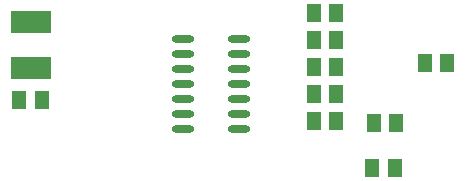
<source format=gbp>
G04 Layer_Color=128*
%FSLAX24Y24*%
%MOIN*%
G70*
G01*
G75*
%ADD16R,0.0512X0.0591*%
%ADD35O,0.0748X0.0236*%
%ADD36R,0.1339X0.0748*%
D16*
X-274Y-1550D02*
D03*
X474D02*
D03*
X424Y-3050D02*
D03*
X-324D02*
D03*
X-1526Y-600D02*
D03*
X-2274D02*
D03*
X-1526Y300D02*
D03*
X-2274D02*
D03*
Y2100D02*
D03*
X-1526D02*
D03*
Y-1500D02*
D03*
X-2274D02*
D03*
X2174Y450D02*
D03*
X1426D02*
D03*
X-2274Y1200D02*
D03*
X-1526D02*
D03*
X-11352Y-775D02*
D03*
X-12100D02*
D03*
D35*
X-4775Y1250D02*
D03*
Y750D02*
D03*
Y250D02*
D03*
Y-250D02*
D03*
Y-750D02*
D03*
Y-1250D02*
D03*
Y-1750D02*
D03*
X-6625Y1250D02*
D03*
Y750D02*
D03*
Y250D02*
D03*
Y-250D02*
D03*
Y-750D02*
D03*
Y-1250D02*
D03*
Y-1750D02*
D03*
D36*
X-11700Y282D02*
D03*
Y1818D02*
D03*
M02*

</source>
